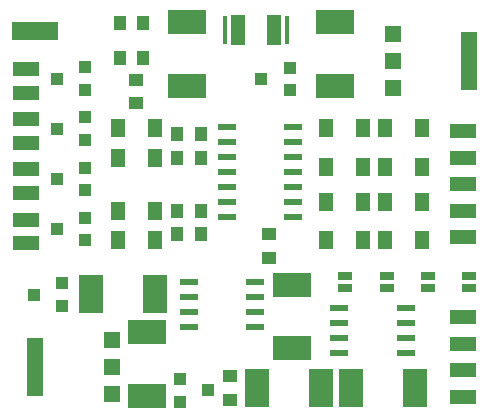
<source format=gtp>
%FSLAX25Y25*%
%MOIN*%
G70*
G01*
G75*
G04 Layer_Color=8421504*
%ADD10R,0.05118X0.03937*%
%ADD11R,0.05118X0.09843*%
%ADD12R,0.05118X0.06299*%
%ADD13R,0.03937X0.05118*%
%ADD14R,0.05512X0.19685*%
%ADD15R,0.05512X0.05512*%
%ADD16R,0.03937X0.03937*%
%ADD17R,0.06299X0.01969*%
%ADD18R,0.15748X0.06299*%
%ADD19R,0.05118X0.03150*%
%ADD20R,0.09055X0.05118*%
%ADD21R,0.07874X0.12598*%
%ADD22R,0.12598X0.07874*%
%ADD23C,0.03937*%
%ADD24C,0.02284*%
%ADD25C,0.01000*%
%ADD26C,0.01969*%
%ADD27C,0.02953*%
%ADD28C,0.02756*%
%ADD29C,0.01890*%
%ADD30C,0.03150*%
%ADD31R,0.01181X0.09449*%
%ADD32R,0.01181X0.09449*%
%ADD33C,0.03937*%
%ADD34R,0.03937X0.03937*%
%ADD35C,0.01772*%
%ADD36C,0.03347*%
%ADD37C,0.00787*%
%ADD38R,0.17323X0.03543*%
%ADD39R,0.11024X0.11024*%
%ADD40R,0.28346X0.03937*%
%ADD41R,0.03150X0.07087*%
%ADD42R,0.03150X0.07480*%
%ADD43R,0.02756X0.07087*%
%ADD44R,0.03150X0.07480*%
D10*
X373228Y352756D02*
D03*
Y360630D02*
D03*
X417323Y309055D02*
D03*
Y301181D02*
D03*
X404331Y261811D02*
D03*
Y253937D02*
D03*
D11*
X407087Y377165D02*
D03*
X419291D02*
D03*
D12*
X367126Y334646D02*
D03*
X379331D02*
D03*
X367126Y316929D02*
D03*
X379331D02*
D03*
X367126Y307087D02*
D03*
X379331D02*
D03*
X448819Y344488D02*
D03*
X436614D02*
D03*
X468504Y331693D02*
D03*
X456299D02*
D03*
X448819D02*
D03*
X436614D02*
D03*
X468504Y319882D02*
D03*
X456299D02*
D03*
X448819D02*
D03*
X436614D02*
D03*
X468504Y307087D02*
D03*
X456299D02*
D03*
X448819D02*
D03*
X436614D02*
D03*
X367126Y344488D02*
D03*
X379331D02*
D03*
X468504D02*
D03*
X456299D02*
D03*
D13*
X367717Y367717D02*
D03*
X375590D02*
D03*
X367717Y379527D02*
D03*
X375591D02*
D03*
X386811Y309055D02*
D03*
X394685D02*
D03*
X386811Y316929D02*
D03*
X394685D02*
D03*
X386811Y334646D02*
D03*
X394685D02*
D03*
X386811Y342520D02*
D03*
X394685D02*
D03*
D14*
X339567Y264764D02*
D03*
X484252Y366929D02*
D03*
D15*
X365157Y264764D02*
D03*
Y255709D02*
D03*
Y273819D02*
D03*
X458661Y366929D02*
D03*
Y375984D02*
D03*
Y357874D02*
D03*
D16*
X397244Y257087D02*
D03*
X387795Y260827D02*
D03*
Y253346D02*
D03*
X414961Y360827D02*
D03*
X424409Y357086D02*
D03*
Y364567D02*
D03*
X338976Y288976D02*
D03*
X348425Y285236D02*
D03*
Y292717D02*
D03*
X346850Y310827D02*
D03*
X356299Y307087D02*
D03*
Y314567D02*
D03*
X346850Y327559D02*
D03*
X356299Y323819D02*
D03*
Y331299D02*
D03*
X346850Y344291D02*
D03*
X356299Y340551D02*
D03*
Y348032D02*
D03*
X346850Y361023D02*
D03*
X356299Y357283D02*
D03*
Y364764D02*
D03*
D17*
X403543Y314882D02*
D03*
Y319882D02*
D03*
Y324882D02*
D03*
Y334882D02*
D03*
Y339882D02*
D03*
Y344882D02*
D03*
X425591Y314882D02*
D03*
Y319882D02*
D03*
Y324882D02*
D03*
Y334882D02*
D03*
Y339882D02*
D03*
Y344882D02*
D03*
X403543Y329882D02*
D03*
X425591D02*
D03*
X462992Y284449D02*
D03*
Y279449D02*
D03*
Y274449D02*
D03*
Y269449D02*
D03*
X440945Y284449D02*
D03*
Y279449D02*
D03*
Y274449D02*
D03*
Y269449D02*
D03*
X412795Y293307D02*
D03*
Y288307D02*
D03*
Y283307D02*
D03*
Y278307D02*
D03*
X390748Y293307D02*
D03*
Y288307D02*
D03*
Y283307D02*
D03*
Y278307D02*
D03*
D18*
X339567Y376968D02*
D03*
D19*
X470472Y295276D02*
D03*
Y291339D02*
D03*
X484252Y295276D02*
D03*
Y291339D02*
D03*
X442913Y295276D02*
D03*
Y291339D02*
D03*
X456693D02*
D03*
Y295276D02*
D03*
D20*
X482283Y263780D02*
D03*
Y254921D02*
D03*
X482283Y308071D02*
D03*
X482283Y316929D02*
D03*
X482283Y334646D02*
D03*
X482283Y343504D02*
D03*
X482283Y325787D02*
D03*
X482283Y281496D02*
D03*
Y272638D02*
D03*
X336614Y306102D02*
D03*
X336614Y322835D02*
D03*
X336614Y339567D02*
D03*
X336614Y356299D02*
D03*
X336614Y313976D02*
D03*
X336614Y330709D02*
D03*
X336614Y347441D02*
D03*
X336614Y364173D02*
D03*
D21*
X444882Y257874D02*
D03*
X466142D02*
D03*
X413386D02*
D03*
X434646D02*
D03*
X379528Y289173D02*
D03*
X358268D02*
D03*
D22*
X376969Y255118D02*
D03*
Y276378D02*
D03*
X439370Y358661D02*
D03*
Y379921D02*
D03*
X425197Y292323D02*
D03*
Y271063D02*
D03*
X390158Y379921D02*
D03*
Y358662D02*
D03*
D31*
X402953Y377165D02*
D03*
D32*
X423425D02*
D03*
M02*

</source>
